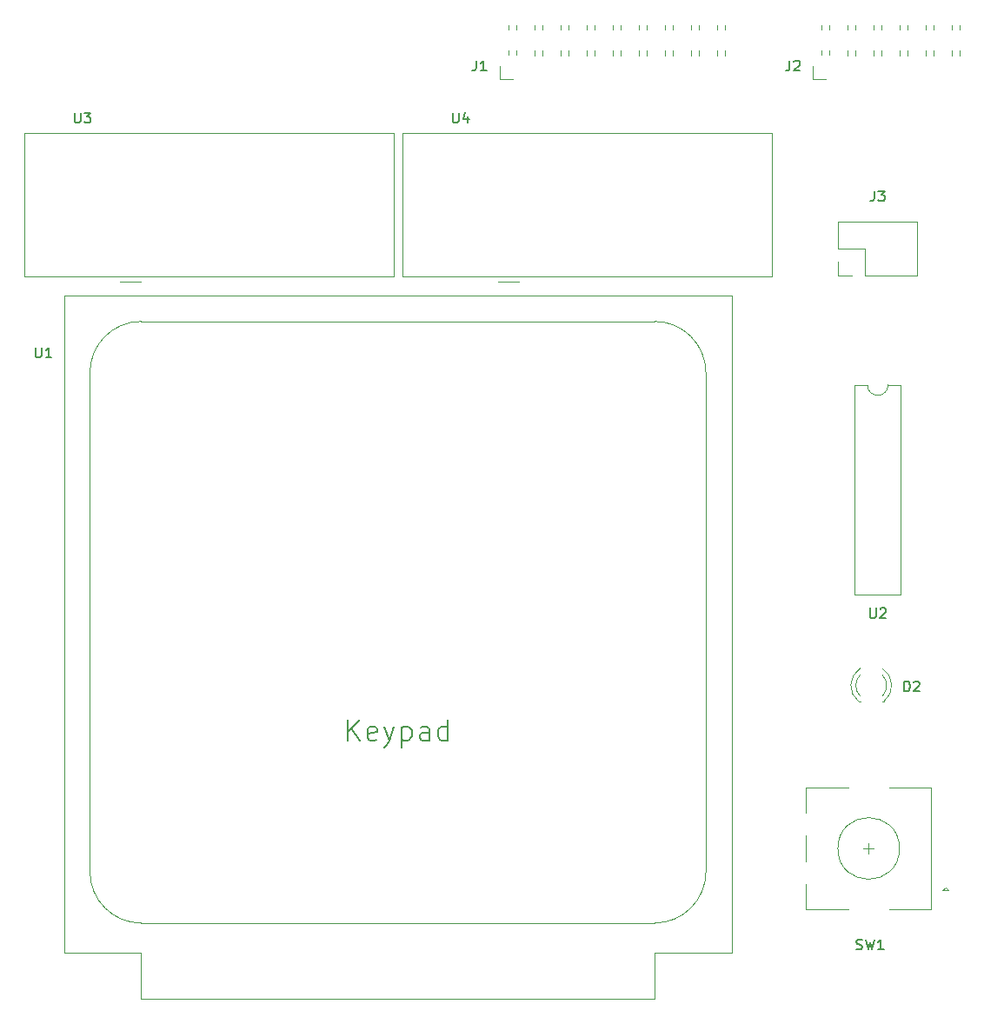
<source format=gto>
G04 #@! TF.GenerationSoftware,KiCad,Pcbnew,6.0.9-8da3e8f707~116~ubuntu20.04.1*
G04 #@! TF.CreationDate,2022-12-22T22:59:07+01:00*
G04 #@! TF.ProjectId,display_10dig,64697370-6c61-4795-9f31-306469672e6b,rev?*
G04 #@! TF.SameCoordinates,Original*
G04 #@! TF.FileFunction,Legend,Top*
G04 #@! TF.FilePolarity,Positive*
%FSLAX46Y46*%
G04 Gerber Fmt 4.6, Leading zero omitted, Abs format (unit mm)*
G04 Created by KiCad (PCBNEW 6.0.9-8da3e8f707~116~ubuntu20.04.1) date 2022-12-22 22:59:07*
%MOMM*%
%LPD*%
G01*
G04 APERTURE LIST*
%ADD10C,0.150000*%
%ADD11C,0.120000*%
%ADD12R,2.000000X2.000000*%
%ADD13C,2.000000*%
%ADD14R,3.200000X2.000000*%
%ADD15R,1.700000X1.700000*%
%ADD16O,1.700000X1.700000*%
%ADD17C,2.700000*%
%ADD18R,1.500000X1.700000*%
%ADD19C,1.700000*%
%ADD20R,2.400000X1.600000*%
%ADD21O,2.400000X1.600000*%
%ADD22C,1.800000*%
%ADD23R,1.800000X1.800000*%
%ADD24C,2.500000*%
G04 APERTURE END LIST*
D10*
X145224666Y-136802761D02*
X145367523Y-136850380D01*
X145605619Y-136850380D01*
X145700857Y-136802761D01*
X145748476Y-136755142D01*
X145796095Y-136659904D01*
X145796095Y-136564666D01*
X145748476Y-136469428D01*
X145700857Y-136421809D01*
X145605619Y-136374190D01*
X145415142Y-136326571D01*
X145319904Y-136278952D01*
X145272285Y-136231333D01*
X145224666Y-136136095D01*
X145224666Y-136040857D01*
X145272285Y-135945619D01*
X145319904Y-135898000D01*
X145415142Y-135850380D01*
X145653238Y-135850380D01*
X145796095Y-135898000D01*
X146129428Y-135850380D02*
X146367523Y-136850380D01*
X146558000Y-136136095D01*
X146748476Y-136850380D01*
X146986571Y-135850380D01*
X147891333Y-136850380D02*
X147319904Y-136850380D01*
X147605619Y-136850380D02*
X147605619Y-135850380D01*
X147510380Y-135993238D01*
X147415142Y-136088476D01*
X147319904Y-136136095D01*
X108206666Y-50252380D02*
X108206666Y-50966666D01*
X108159047Y-51109523D01*
X108063809Y-51204761D01*
X107920952Y-51252380D01*
X107825714Y-51252380D01*
X109206666Y-51252380D02*
X108635238Y-51252380D01*
X108920952Y-51252380D02*
X108920952Y-50252380D01*
X108825714Y-50395238D01*
X108730476Y-50490476D01*
X108635238Y-50538095D01*
X105918095Y-55332380D02*
X105918095Y-56141904D01*
X105965714Y-56237142D01*
X106013333Y-56284761D01*
X106108571Y-56332380D01*
X106299047Y-56332380D01*
X106394285Y-56284761D01*
X106441904Y-56237142D01*
X106489523Y-56141904D01*
X106489523Y-55332380D01*
X107394285Y-55665714D02*
X107394285Y-56332380D01*
X107156190Y-55284761D02*
X106918095Y-55999047D01*
X107537142Y-55999047D01*
X146986666Y-62952380D02*
X146986666Y-63666666D01*
X146939047Y-63809523D01*
X146843809Y-63904761D01*
X146700952Y-63952380D01*
X146605714Y-63952380D01*
X147367619Y-62952380D02*
X147986666Y-62952380D01*
X147653333Y-63333333D01*
X147796190Y-63333333D01*
X147891428Y-63380952D01*
X147939047Y-63428571D01*
X147986666Y-63523809D01*
X147986666Y-63761904D01*
X147939047Y-63857142D01*
X147891428Y-63904761D01*
X147796190Y-63952380D01*
X147510476Y-63952380D01*
X147415238Y-63904761D01*
X147367619Y-63857142D01*
X138731666Y-50252380D02*
X138731666Y-50966666D01*
X138684047Y-51109523D01*
X138588809Y-51204761D01*
X138445952Y-51252380D01*
X138350714Y-51252380D01*
X139160238Y-50347619D02*
X139207857Y-50300000D01*
X139303095Y-50252380D01*
X139541190Y-50252380D01*
X139636428Y-50300000D01*
X139684047Y-50347619D01*
X139731666Y-50442857D01*
X139731666Y-50538095D01*
X139684047Y-50680952D01*
X139112619Y-51252380D01*
X139731666Y-51252380D01*
X146558095Y-103577380D02*
X146558095Y-104386904D01*
X146605714Y-104482142D01*
X146653333Y-104529761D01*
X146748571Y-104577380D01*
X146939047Y-104577380D01*
X147034285Y-104529761D01*
X147081904Y-104482142D01*
X147129523Y-104386904D01*
X147129523Y-103577380D01*
X147558095Y-103672619D02*
X147605714Y-103625000D01*
X147700952Y-103577380D01*
X147939047Y-103577380D01*
X148034285Y-103625000D01*
X148081904Y-103672619D01*
X148129523Y-103767857D01*
X148129523Y-103863095D01*
X148081904Y-104005952D01*
X147510476Y-104577380D01*
X148129523Y-104577380D01*
X149883904Y-111704380D02*
X149883904Y-110704380D01*
X150122000Y-110704380D01*
X150264857Y-110752000D01*
X150360095Y-110847238D01*
X150407714Y-110942476D01*
X150455333Y-111132952D01*
X150455333Y-111275809D01*
X150407714Y-111466285D01*
X150360095Y-111561523D01*
X150264857Y-111656761D01*
X150122000Y-111704380D01*
X149883904Y-111704380D01*
X150836285Y-110799619D02*
X150883904Y-110752000D01*
X150979142Y-110704380D01*
X151217238Y-110704380D01*
X151312476Y-110752000D01*
X151360095Y-110799619D01*
X151407714Y-110894857D01*
X151407714Y-110990095D01*
X151360095Y-111132952D01*
X150788666Y-111704380D01*
X151407714Y-111704380D01*
X69088095Y-55332380D02*
X69088095Y-56141904D01*
X69135714Y-56237142D01*
X69183333Y-56284761D01*
X69278571Y-56332380D01*
X69469047Y-56332380D01*
X69564285Y-56284761D01*
X69611904Y-56237142D01*
X69659523Y-56141904D01*
X69659523Y-55332380D01*
X70040476Y-55332380D02*
X70659523Y-55332380D01*
X70326190Y-55713333D01*
X70469047Y-55713333D01*
X70564285Y-55760952D01*
X70611904Y-55808571D01*
X70659523Y-55903809D01*
X70659523Y-56141904D01*
X70611904Y-56237142D01*
X70564285Y-56284761D01*
X70469047Y-56332380D01*
X70183333Y-56332380D01*
X70088095Y-56284761D01*
X70040476Y-56237142D01*
X65278095Y-78192380D02*
X65278095Y-79001904D01*
X65325714Y-79097142D01*
X65373333Y-79144761D01*
X65468571Y-79192380D01*
X65659047Y-79192380D01*
X65754285Y-79144761D01*
X65801904Y-79097142D01*
X65849523Y-79001904D01*
X65849523Y-78192380D01*
X66849523Y-79192380D02*
X66278095Y-79192380D01*
X66563809Y-79192380D02*
X66563809Y-78192380D01*
X66468571Y-78335238D01*
X66373333Y-78430476D01*
X66278095Y-78478095D01*
X95726857Y-116474761D02*
X95726857Y-114474761D01*
X96869714Y-116474761D02*
X96012571Y-115331904D01*
X96869714Y-114474761D02*
X95726857Y-115617619D01*
X98488761Y-116379523D02*
X98298285Y-116474761D01*
X97917333Y-116474761D01*
X97726857Y-116379523D01*
X97631619Y-116189047D01*
X97631619Y-115427142D01*
X97726857Y-115236666D01*
X97917333Y-115141428D01*
X98298285Y-115141428D01*
X98488761Y-115236666D01*
X98584000Y-115427142D01*
X98584000Y-115617619D01*
X97631619Y-115808095D01*
X99250666Y-115141428D02*
X99726857Y-116474761D01*
X100203047Y-115141428D02*
X99726857Y-116474761D01*
X99536380Y-116950952D01*
X99441142Y-117046190D01*
X99250666Y-117141428D01*
X100964952Y-115141428D02*
X100964952Y-117141428D01*
X100964952Y-115236666D02*
X101155428Y-115141428D01*
X101536380Y-115141428D01*
X101726857Y-115236666D01*
X101822095Y-115331904D01*
X101917333Y-115522380D01*
X101917333Y-116093809D01*
X101822095Y-116284285D01*
X101726857Y-116379523D01*
X101536380Y-116474761D01*
X101155428Y-116474761D01*
X100964952Y-116379523D01*
X103631619Y-116474761D02*
X103631619Y-115427142D01*
X103536380Y-115236666D01*
X103345904Y-115141428D01*
X102964952Y-115141428D01*
X102774476Y-115236666D01*
X103631619Y-116379523D02*
X103441142Y-116474761D01*
X102964952Y-116474761D01*
X102774476Y-116379523D01*
X102679238Y-116189047D01*
X102679238Y-115998571D01*
X102774476Y-115808095D01*
X102964952Y-115712857D01*
X103441142Y-115712857D01*
X103631619Y-115617619D01*
X105441142Y-116474761D02*
X105441142Y-114474761D01*
X105441142Y-116379523D02*
X105250666Y-116474761D01*
X104869714Y-116474761D01*
X104679238Y-116379523D01*
X104584000Y-116284285D01*
X104488761Y-116093809D01*
X104488761Y-115522380D01*
X104584000Y-115331904D01*
X104679238Y-115236666D01*
X104869714Y-115141428D01*
X105250666Y-115141428D01*
X105441142Y-115236666D01*
D11*
X140335000Y-121100000D02*
X144435000Y-121100000D01*
X153635000Y-131100000D02*
X153935000Y-130800000D01*
X153935000Y-130800000D02*
X154235000Y-131100000D01*
X148435000Y-121100000D02*
X152535000Y-121100000D01*
X144435000Y-132900000D02*
X140335000Y-132900000D01*
X140335000Y-132900000D02*
X140335000Y-130500000D01*
X140335000Y-123500000D02*
X140335000Y-121100000D01*
X146435000Y-127500000D02*
X146435000Y-126500000D01*
X148435000Y-132900000D02*
X152535000Y-132900000D01*
X146935000Y-127000000D02*
X145935000Y-127000000D01*
X140335000Y-128300000D02*
X140335000Y-125700000D01*
X152535000Y-132900000D02*
X152535000Y-121100000D01*
X154235000Y-131100000D02*
X153635000Y-131100000D01*
X149435000Y-127000000D02*
G75*
G03*
X149435000Y-127000000I-3000000J0D01*
G01*
X126620000Y-49757071D02*
X126620000Y-49302929D01*
X132460000Y-49757071D02*
X132460000Y-49302929D01*
X113920000Y-47217071D02*
X113920000Y-46820000D01*
X114680000Y-47217071D02*
X114680000Y-46820000D01*
X111760000Y-52070000D02*
X110490000Y-52070000D01*
X129920000Y-49757071D02*
X129920000Y-49302929D01*
X124840000Y-47217071D02*
X124840000Y-46820000D01*
X112140000Y-49690000D02*
X112140000Y-49302929D01*
X122300000Y-47217071D02*
X122300000Y-46820000D01*
X111380000Y-49690000D02*
X111380000Y-49302929D01*
X127380000Y-49757071D02*
X127380000Y-49302929D01*
X127380000Y-47217071D02*
X127380000Y-46820000D01*
X121540000Y-47217071D02*
X121540000Y-46820000D01*
X111380000Y-47217071D02*
X111380000Y-46820000D01*
X114680000Y-49757071D02*
X114680000Y-49302929D01*
X119000000Y-49757071D02*
X119000000Y-49302929D01*
X124080000Y-49757071D02*
X124080000Y-49302929D01*
X113920000Y-49757071D02*
X113920000Y-49302929D01*
X110490000Y-52070000D02*
X110490000Y-50800000D01*
X117220000Y-49757071D02*
X117220000Y-49302929D01*
X129920000Y-47217071D02*
X129920000Y-46820000D01*
X129160000Y-49757071D02*
X129160000Y-49302929D01*
X124840000Y-49757071D02*
X124840000Y-49302929D01*
X119000000Y-47217071D02*
X119000000Y-46820000D01*
X119760000Y-47217071D02*
X119760000Y-46820000D01*
X116460000Y-47217071D02*
X116460000Y-46820000D01*
X117220000Y-47217071D02*
X117220000Y-46820000D01*
X119760000Y-49757071D02*
X119760000Y-49302929D01*
X131700000Y-49757071D02*
X131700000Y-49302929D01*
X122300000Y-49757071D02*
X122300000Y-49302929D01*
X126620000Y-47217071D02*
X126620000Y-46820000D01*
X116460000Y-49757071D02*
X116460000Y-49302929D01*
X132460000Y-47217071D02*
X132460000Y-46820000D01*
X121540000Y-49757071D02*
X121540000Y-49302929D01*
X124080000Y-47217071D02*
X124080000Y-46820000D01*
X112140000Y-47217071D02*
X112140000Y-46820000D01*
X129160000Y-47217071D02*
X129160000Y-46820000D01*
X131700000Y-47217071D02*
X131700000Y-46820000D01*
X100999000Y-71304000D02*
X136999000Y-71304000D01*
X100999000Y-71304000D02*
X100999000Y-57304000D01*
X136999000Y-71304000D02*
X136999000Y-57304000D01*
X110379000Y-71764000D02*
X112379000Y-71764000D01*
X136999000Y-57304000D02*
X100999000Y-57304000D01*
X146050000Y-68580000D02*
X143450000Y-68580000D01*
X151190000Y-71180000D02*
X151190000Y-65980000D01*
X144780000Y-71180000D02*
X143450000Y-71180000D01*
X146050000Y-71180000D02*
X151190000Y-71180000D01*
X146050000Y-71180000D02*
X146050000Y-68580000D01*
X143450000Y-68580000D02*
X143450000Y-65980000D01*
X143450000Y-65980000D02*
X151190000Y-65980000D01*
X143450000Y-71180000D02*
X143450000Y-69850000D01*
X152780000Y-47217071D02*
X152780000Y-46820000D01*
X141860000Y-49690000D02*
X141860000Y-49302929D01*
X147700000Y-47217071D02*
X147700000Y-46820000D01*
X140970000Y-52070000D02*
X140970000Y-50800000D01*
X155320000Y-47217071D02*
X155320000Y-46820000D01*
X145160000Y-49757071D02*
X145160000Y-49302929D01*
X142620000Y-47217071D02*
X142620000Y-46820000D01*
X147700000Y-49757071D02*
X147700000Y-49302929D01*
X154560000Y-47217071D02*
X154560000Y-46820000D01*
X146940000Y-47217071D02*
X146940000Y-46820000D01*
X155320000Y-49757071D02*
X155320000Y-49302929D01*
X152020000Y-49757071D02*
X152020000Y-49302929D01*
X146940000Y-49757071D02*
X146940000Y-49302929D01*
X152020000Y-47217071D02*
X152020000Y-46820000D01*
X142240000Y-52070000D02*
X140970000Y-52070000D01*
X145160000Y-47217071D02*
X145160000Y-46820000D01*
X149480000Y-47217071D02*
X149480000Y-46820000D01*
X154560000Y-49757071D02*
X154560000Y-49302929D01*
X150240000Y-49757071D02*
X150240000Y-49302929D01*
X144400000Y-47217071D02*
X144400000Y-46820000D01*
X152780000Y-49757071D02*
X152780000Y-49302929D01*
X144400000Y-49757071D02*
X144400000Y-49302929D01*
X142620000Y-49690000D02*
X142620000Y-49302929D01*
X141860000Y-47217071D02*
X141860000Y-46820000D01*
X149480000Y-49757071D02*
X149480000Y-49302929D01*
X150240000Y-47217071D02*
X150240000Y-46820000D01*
X145070000Y-81855000D02*
X145070000Y-102295000D01*
X149570000Y-81855000D02*
X148320000Y-81855000D01*
X146320000Y-81855000D02*
X145070000Y-81855000D01*
X145070000Y-102295000D02*
X149570000Y-102295000D01*
X149570000Y-102295000D02*
X149570000Y-81855000D01*
X146320000Y-81855000D02*
G75*
G03*
X148320000Y-81855000I1000000J0D01*
G01*
X145605163Y-110088870D02*
G75*
G03*
X145605000Y-112170961I1079837J-1041130D01*
G01*
X145606392Y-109457665D02*
G75*
G03*
X145449484Y-112690000I1078608J-1672335D01*
G01*
X147765000Y-112170961D02*
G75*
G03*
X147764837Y-110088870I-1080000J1040961D01*
G01*
X147920516Y-112690000D02*
G75*
G03*
X147763608Y-109457665I-1235516J1560000D01*
G01*
X145449000Y-112690000D02*
X145605000Y-112690000D01*
X147765000Y-112690000D02*
X147921000Y-112690000D01*
X64169000Y-71304000D02*
X64169000Y-57304000D01*
X100169000Y-71304000D02*
X100169000Y-57304000D01*
X64169000Y-71304000D02*
X100169000Y-71304000D01*
X100169000Y-57304000D02*
X64169000Y-57304000D01*
X73549000Y-71764000D02*
X75549000Y-71764000D01*
X125584000Y-137164000D02*
X133084000Y-137164000D01*
X125584000Y-141664000D02*
X125584000Y-137164000D01*
X133084000Y-73164000D02*
X68084000Y-73164000D01*
X68084000Y-137164000D02*
X75584000Y-137164000D01*
X75584000Y-141664000D02*
X125584000Y-141664000D01*
X70584000Y-129264000D02*
X70584000Y-80664000D01*
X75584000Y-75664000D02*
X125584000Y-75664000D01*
X125584000Y-134264000D02*
X75584000Y-134264000D01*
X133084000Y-137164000D02*
X133084000Y-73164000D01*
X68084000Y-73164000D02*
X68084000Y-137164000D01*
X75584000Y-137164000D02*
X75584000Y-141664000D01*
X130584000Y-80664000D02*
X130584000Y-129264000D01*
X125584000Y-134264000D02*
G75*
G03*
X130584000Y-129264000I0J5000000D01*
G01*
X75584000Y-75664000D02*
G75*
G03*
X70584000Y-80664000I0J-5000000D01*
G01*
X130584000Y-80664000D02*
G75*
G03*
X125584000Y-75664000I-5000000J0D01*
G01*
X70584000Y-129264000D02*
G75*
G03*
X75584000Y-134264000I5000000J0D01*
G01*
%LPC*%
D12*
X153935000Y-129500000D03*
D13*
X153935000Y-124500000D03*
X153935000Y-127000000D03*
D14*
X146435000Y-121400000D03*
X146435000Y-132600000D03*
D13*
X139435000Y-124500000D03*
X139435000Y-129500000D03*
D15*
X111760000Y-50800000D03*
D16*
X111760000Y-48260000D03*
X114300000Y-50800000D03*
X114300000Y-48260000D03*
X116840000Y-50800000D03*
X116840000Y-48260000D03*
X119380000Y-50800000D03*
X119380000Y-48260000D03*
X121920000Y-50800000D03*
X121920000Y-48260000D03*
X124460000Y-50800000D03*
X124460000Y-48260000D03*
X127000000Y-50800000D03*
X127000000Y-48260000D03*
X129540000Y-50800000D03*
X129540000Y-48260000D03*
X132080000Y-50800000D03*
X132080000Y-48260000D03*
D17*
X64770000Y-140970000D03*
X156210000Y-140970000D03*
D18*
X111379000Y-69384000D03*
D19*
X113919000Y-69384000D03*
X116459000Y-69384000D03*
X118999000Y-69384000D03*
X121539000Y-69384000D03*
X124079000Y-69384000D03*
X126619000Y-69384000D03*
X126619000Y-59224000D03*
X124079000Y-59224000D03*
X121539000Y-59224000D03*
X118999000Y-59224000D03*
X116459000Y-59224000D03*
X113919000Y-59224000D03*
X111379000Y-59224000D03*
D17*
X64770000Y-49530000D03*
D15*
X144780000Y-69850000D03*
D16*
X144780000Y-67310000D03*
X147320000Y-69850000D03*
X147320000Y-67310000D03*
X149860000Y-69850000D03*
X149860000Y-67310000D03*
D15*
X142240000Y-50800000D03*
D16*
X142240000Y-48260000D03*
X144780000Y-50800000D03*
X144780000Y-48260000D03*
X147320000Y-50800000D03*
X147320000Y-48260000D03*
X149860000Y-50800000D03*
X149860000Y-48260000D03*
X152400000Y-50800000D03*
X152400000Y-48260000D03*
X154940000Y-50800000D03*
X154940000Y-48260000D03*
D20*
X143510000Y-83185000D03*
D21*
X143510000Y-85725000D03*
X143510000Y-88265000D03*
X143510000Y-90805000D03*
X143510000Y-93345000D03*
X143510000Y-95885000D03*
X143510000Y-98425000D03*
X143510000Y-100965000D03*
X151130000Y-100965000D03*
X151130000Y-98425000D03*
X151130000Y-95885000D03*
X151130000Y-93345000D03*
X151130000Y-90805000D03*
X151130000Y-88265000D03*
X151130000Y-85725000D03*
X151130000Y-83185000D03*
D22*
X146685000Y-109860000D03*
D23*
X146685000Y-112400000D03*
D18*
X74549000Y-69384000D03*
D19*
X77089000Y-69384000D03*
X79629000Y-69384000D03*
X82169000Y-69384000D03*
X84709000Y-69384000D03*
X87249000Y-69384000D03*
X89789000Y-69384000D03*
X89789000Y-59224000D03*
X87249000Y-59224000D03*
X84709000Y-59224000D03*
X82169000Y-59224000D03*
X79629000Y-59224000D03*
X77089000Y-59224000D03*
X74549000Y-59224000D03*
D24*
X70584000Y-75664000D03*
X130584000Y-134264000D03*
X130584000Y-75664000D03*
X70584000Y-134264000D03*
D15*
X88584000Y-139164000D03*
D19*
X91124000Y-139164000D03*
X93664000Y-139164000D03*
X96204000Y-139164000D03*
X98744000Y-139164000D03*
X101284000Y-139164000D03*
X103824000Y-139164000D03*
X106364000Y-139164000D03*
X108904000Y-139164000D03*
X111444000Y-139164000D03*
M02*

</source>
